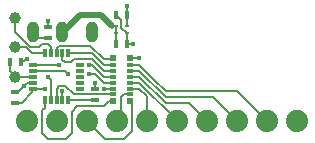
<source format=gbl>
G04*
G04 #@! TF.GenerationSoftware,Altium Limited,Altium Designer,25.1.2 (22)*
G04*
G04 Layer_Physical_Order=2*
G04 Layer_Color=16711680*
%FSLAX44Y44*%
%MOMM*%
G71*
G04*
G04 #@! TF.SameCoordinates,338011C2-9390-4247-BC61-753FE4806B10*
G04*
G04*
G04 #@! TF.FilePolarity,Positive*
G04*
G01*
G75*
%ADD14C,0.1500*%
%ADD15C,0.5000*%
%ADD16O,1.0000X1.8000*%
%ADD17C,1.8796*%
%ADD18C,0.4000*%
%ADD19R,0.3000X0.7300*%
%ADD20R,0.7300X0.3000*%
%ADD21R,0.3100X0.2100*%
%ADD22R,0.4000X0.7000*%
%ADD23C,1.0000*%
%ADD24R,0.6000X0.5000*%
%ADD25R,0.6000X0.3500*%
%ADD26R,0.7000X0.4000*%
%ADD27C,0.2000*%
D14*
X37500Y194500D02*
Y200000D01*
X17500Y145000D02*
X20000Y147500D01*
X12000Y139500D02*
X17500Y145000D01*
X73750Y178750D02*
X85000Y167500D01*
X46750Y178750D02*
X73750D01*
X75350Y172150D02*
X85000Y162500D01*
X55000Y172150D02*
X75350D01*
X72500Y162500D02*
X75000D01*
X75000Y167500D02*
X85000Y157500D01*
X60000Y167500D02*
X75000D01*
X14500Y165000D02*
X14871Y165371D01*
X17871D01*
X20000Y167500D01*
X5500Y157000D02*
X10000Y152500D01*
X5500Y157000D02*
Y165000D01*
X10000Y177500D02*
X18965D01*
X24314Y172150D02*
X35000D01*
X18965Y177500D02*
X24314Y172150D01*
X10000Y190000D02*
Y202500D01*
Y190000D02*
X15000Y185000D01*
Y185000D02*
Y185000D01*
X15500Y130500D02*
X24629Y139629D01*
X10000Y130500D02*
X15500D01*
X20000Y147500D02*
X25350D01*
X24629Y139629D02*
Y141779D01*
X10000Y139500D02*
X12000D01*
X52500Y157500D02*
X55000Y155000D01*
X25350Y157500D02*
X52500D01*
X72500Y155000D02*
X77500D01*
X85000Y147500D01*
X92500D01*
X25350Y162500D02*
X47500D01*
X50000Y132850D02*
Y140000D01*
X45000Y132850D02*
Y142500D01*
X47500Y145000D02*
X52500D01*
X45000Y142500D02*
X47500Y145000D01*
X52500D02*
X60000Y137500D01*
X25350Y142500D02*
X35000D01*
X40000Y132850D02*
Y150000D01*
X37500Y152500D02*
X40000Y150000D01*
X85000Y167500D02*
X91500D01*
X92500Y168500D01*
X85000Y162500D02*
X92500D01*
X157400Y130000D02*
X172400Y115000D01*
X115000Y152500D02*
X137500Y130000D01*
X157400D01*
X177800Y135000D02*
X197800Y115000D01*
X115000Y157500D02*
X137500Y135000D01*
X177800D01*
X198200Y140000D02*
X223200Y115000D01*
X127590Y149910D02*
X137500Y140000D01*
X198200D01*
X85000Y152500D02*
X92500D01*
X75000Y162500D02*
X85000Y152500D01*
X85000Y157500D02*
X92500D01*
X85000Y142500D02*
X92500D01*
X60000Y137500D02*
X92500D01*
X62500Y127500D02*
X85000D01*
X33000Y105000D02*
X38000Y100000D01*
X53000D02*
X58000Y105000D01*
Y123000D01*
X33000Y105000D02*
Y124000D01*
X38000Y100000D02*
X53000D01*
X33000Y124000D02*
X35000Y126000D01*
X58000Y123000D02*
X62500Y127500D01*
X35000Y126000D02*
Y132850D01*
X32500Y180000D02*
X37500D01*
X30000Y177500D02*
X32500Y180000D01*
X22500Y177500D02*
X30000D01*
X24629Y141779D02*
X25350Y142500D01*
X102500Y137500D02*
X107500D01*
X100000Y135000D02*
X102500Y137500D01*
X100000Y118800D02*
Y135000D01*
X89000Y131500D02*
X92500D01*
X85000Y127500D02*
X89000Y131500D01*
X40000Y132850D02*
X40000Y132850D01*
X96200Y115000D02*
X100000Y118800D01*
X55000Y132850D02*
X55150Y133000D01*
X77500D01*
X57500Y165000D02*
X60000Y167500D01*
X52000Y165000D02*
X57500D01*
X50000Y167000D02*
X52000Y165000D01*
X50000Y167000D02*
Y172150D01*
X45000Y177000D02*
X46750Y178750D01*
X45000Y172150D02*
Y177000D01*
X77500Y142000D02*
Y147500D01*
Y142000D02*
X78000Y141500D01*
X10000Y152500D02*
X25350D01*
X15000Y185000D02*
X20000Y180000D01*
X20000D01*
X22500Y177500D01*
X37500Y180000D02*
X40000Y177500D01*
Y172150D02*
Y177500D01*
X25000Y190000D02*
X29500Y185500D01*
X37500D01*
X55000Y132850D02*
X55350Y132500D01*
X107500Y168500D02*
X115000D01*
X107500Y162500D02*
X115000D01*
Y162473D02*
Y162500D01*
Y162473D02*
X127563Y149910D01*
X127590D01*
X107500Y157500D02*
X115000D01*
X107500Y152500D02*
X115000D01*
X115000Y147500D02*
X147000Y115500D01*
X107500Y147500D02*
X115000D01*
X121600Y115000D02*
Y135900D01*
X115000Y142500D02*
X121600Y135900D01*
X107500Y142500D02*
X115000D01*
X147000Y115000D02*
Y115500D01*
X107500Y131500D02*
X109000Y130000D01*
Y106500D02*
Y130000D01*
X102500Y100000D02*
X109000Y106500D01*
X85800Y100000D02*
X102500D01*
X70800Y115000D02*
X85800Y100000D01*
D15*
X82500Y205000D02*
X91750Y195750D01*
X50000Y190000D02*
X51323Y191324D01*
X65000Y205000D01*
X82500D01*
X50000Y190000D02*
Y192647D01*
D16*
X75000Y190000D02*
D03*
X50000D02*
D03*
X25000D02*
D03*
D17*
X248600Y115000D02*
D03*
X223200D02*
D03*
X197800D02*
D03*
X172400D02*
D03*
X147000D02*
D03*
X121600D02*
D03*
X96200D02*
D03*
X70800D02*
D03*
X45400D02*
D03*
X20000D02*
D03*
D18*
X104500Y212500D02*
D03*
X37500Y200000D02*
D03*
X110000Y180000D02*
D03*
X72500Y162500D02*
D03*
X20000Y167500D02*
D03*
X55000Y155000D02*
D03*
X72500D02*
D03*
X47500Y162500D02*
D03*
X50000Y140000D02*
D03*
X35000Y142500D02*
D03*
X37500Y152500D02*
D03*
X85000Y142500D02*
D03*
X77500Y147500D02*
D03*
X17500Y145000D02*
D03*
X115000Y168500D02*
D03*
D19*
X35000Y172150D02*
D03*
X40000D02*
D03*
X45000D02*
D03*
X50000D02*
D03*
X55000D02*
D03*
Y132850D02*
D03*
X50000D02*
D03*
X45000D02*
D03*
X40000D02*
D03*
X35000D02*
D03*
D20*
X64650Y162500D02*
D03*
Y157500D02*
D03*
Y152500D02*
D03*
Y147500D02*
D03*
Y142500D02*
D03*
X25350D02*
D03*
Y147500D02*
D03*
Y152500D02*
D03*
Y157500D02*
D03*
Y162500D02*
D03*
D21*
X95450Y195750D02*
D03*
Y189250D02*
D03*
X104550D02*
D03*
Y195750D02*
D03*
D22*
X95500Y205000D02*
D03*
X104500D02*
D03*
Y180000D02*
D03*
X95500D02*
D03*
X14500Y165000D02*
D03*
X5500D02*
D03*
D23*
X10000Y177500D02*
D03*
Y202500D02*
D03*
Y152500D02*
D03*
D24*
X92500Y131500D02*
D03*
X107500D02*
D03*
X92500Y168500D02*
D03*
X107500D02*
D03*
D25*
X92500Y137500D02*
D03*
X107500Y152500D02*
D03*
X92500Y162500D02*
D03*
Y142500D02*
D03*
Y147500D02*
D03*
Y152500D02*
D03*
Y157500D02*
D03*
X107500Y142500D02*
D03*
Y147500D02*
D03*
Y137500D02*
D03*
Y157500D02*
D03*
Y162500D02*
D03*
D26*
X10000Y130500D02*
D03*
Y139500D02*
D03*
X37500Y194500D02*
D03*
Y185500D02*
D03*
X77500Y133000D02*
D03*
Y142000D02*
D03*
D27*
X100000Y193800D02*
X104550Y189250D01*
X95500D02*
Y195700D01*
X95450Y195750D02*
X95500Y195700D01*
X104500Y189200D02*
X104550Y189250D01*
X104500Y205000D02*
Y212500D01*
Y205000D02*
X104550Y204950D01*
X95500Y180000D02*
Y189250D01*
X91750Y195750D02*
X95450D01*
X100000Y193800D02*
Y200500D01*
X95500Y205000D02*
X100000Y200500D01*
X104500Y180000D02*
Y189200D01*
X104550Y195750D02*
Y204950D01*
X104500Y180000D02*
X110000D01*
M02*

</source>
